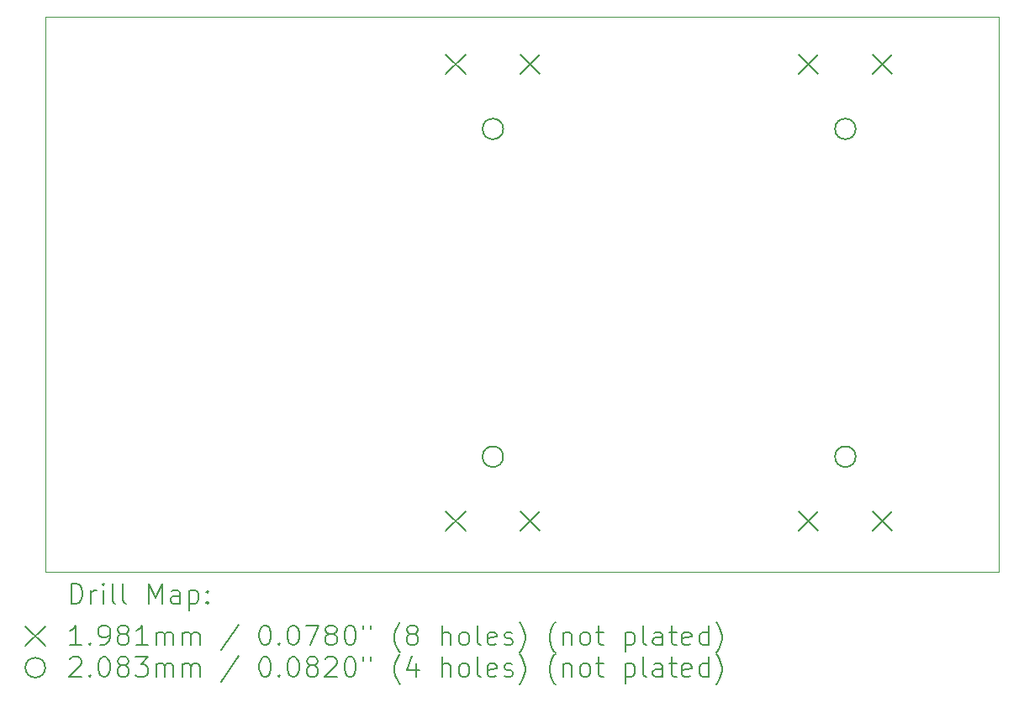
<source format=gbr>
%TF.GenerationSoftware,KiCad,Pcbnew,8.0.3-8.0.3-0~ubuntu22.04.1*%
%TF.CreationDate,2024-07-07T23:08:22+03:00*%
%TF.ProjectId,riaa-preamp,72696161-2d70-4726-9561-6d702e6b6963,rev?*%
%TF.SameCoordinates,Original*%
%TF.FileFunction,Drillmap*%
%TF.FilePolarity,Positive*%
%FSLAX45Y45*%
G04 Gerber Fmt 4.5, Leading zero omitted, Abs format (unit mm)*
G04 Created by KiCad (PCBNEW 8.0.3-8.0.3-0~ubuntu22.04.1) date 2024-07-07 23:08:22*
%MOMM*%
%LPD*%
G01*
G04 APERTURE LIST*
%ADD10C,0.100000*%
%ADD11C,0.200000*%
%ADD12C,0.198120*%
%ADD13C,0.208280*%
G04 APERTURE END LIST*
D10*
X10000000Y-10000000D02*
X19600000Y-10000000D01*
X19600000Y-15600000D01*
X10000000Y-15600000D01*
X10000000Y-10000000D01*
D11*
D12*
X14029110Y-10381920D02*
X14227230Y-10580040D01*
X14227230Y-10381920D02*
X14029110Y-10580040D01*
X14029110Y-14986940D02*
X14227230Y-15185060D01*
X14227230Y-14986940D02*
X14029110Y-15185060D01*
X14778410Y-10381920D02*
X14976530Y-10580040D01*
X14976530Y-10381920D02*
X14778410Y-10580040D01*
X14778410Y-14986940D02*
X14976530Y-15185060D01*
X14976530Y-14986940D02*
X14778410Y-15185060D01*
X17578760Y-10381920D02*
X17776880Y-10580040D01*
X17776880Y-10381920D02*
X17578760Y-10580040D01*
X17578760Y-14986940D02*
X17776880Y-15185060D01*
X17776880Y-14986940D02*
X17578760Y-15185060D01*
X18328060Y-10381920D02*
X18526180Y-10580040D01*
X18526180Y-10381920D02*
X18328060Y-10580040D01*
X18328060Y-14986940D02*
X18526180Y-15185060D01*
X18526180Y-14986940D02*
X18328060Y-15185060D01*
D13*
X14606960Y-11131220D02*
G75*
G02*
X14398680Y-11131220I-104140J0D01*
G01*
X14398680Y-11131220D02*
G75*
G02*
X14606960Y-11131220I104140J0D01*
G01*
X14606960Y-14435760D02*
G75*
G02*
X14398680Y-14435760I-104140J0D01*
G01*
X14398680Y-14435760D02*
G75*
G02*
X14606960Y-14435760I104140J0D01*
G01*
X18156610Y-11131220D02*
G75*
G02*
X17948330Y-11131220I-104140J0D01*
G01*
X17948330Y-11131220D02*
G75*
G02*
X18156610Y-11131220I104140J0D01*
G01*
X18156610Y-14435760D02*
G75*
G02*
X17948330Y-14435760I-104140J0D01*
G01*
X17948330Y-14435760D02*
G75*
G02*
X18156610Y-14435760I104140J0D01*
G01*
D11*
X10255777Y-15916484D02*
X10255777Y-15716484D01*
X10255777Y-15716484D02*
X10303396Y-15716484D01*
X10303396Y-15716484D02*
X10331967Y-15726008D01*
X10331967Y-15726008D02*
X10351015Y-15745055D01*
X10351015Y-15745055D02*
X10360539Y-15764103D01*
X10360539Y-15764103D02*
X10370063Y-15802198D01*
X10370063Y-15802198D02*
X10370063Y-15830769D01*
X10370063Y-15830769D02*
X10360539Y-15868865D01*
X10360539Y-15868865D02*
X10351015Y-15887912D01*
X10351015Y-15887912D02*
X10331967Y-15906960D01*
X10331967Y-15906960D02*
X10303396Y-15916484D01*
X10303396Y-15916484D02*
X10255777Y-15916484D01*
X10455777Y-15916484D02*
X10455777Y-15783150D01*
X10455777Y-15821246D02*
X10465301Y-15802198D01*
X10465301Y-15802198D02*
X10474824Y-15792674D01*
X10474824Y-15792674D02*
X10493872Y-15783150D01*
X10493872Y-15783150D02*
X10512920Y-15783150D01*
X10579586Y-15916484D02*
X10579586Y-15783150D01*
X10579586Y-15716484D02*
X10570063Y-15726008D01*
X10570063Y-15726008D02*
X10579586Y-15735531D01*
X10579586Y-15735531D02*
X10589110Y-15726008D01*
X10589110Y-15726008D02*
X10579586Y-15716484D01*
X10579586Y-15716484D02*
X10579586Y-15735531D01*
X10703396Y-15916484D02*
X10684348Y-15906960D01*
X10684348Y-15906960D02*
X10674824Y-15887912D01*
X10674824Y-15887912D02*
X10674824Y-15716484D01*
X10808158Y-15916484D02*
X10789110Y-15906960D01*
X10789110Y-15906960D02*
X10779586Y-15887912D01*
X10779586Y-15887912D02*
X10779586Y-15716484D01*
X11036729Y-15916484D02*
X11036729Y-15716484D01*
X11036729Y-15716484D02*
X11103396Y-15859341D01*
X11103396Y-15859341D02*
X11170063Y-15716484D01*
X11170063Y-15716484D02*
X11170063Y-15916484D01*
X11351015Y-15916484D02*
X11351015Y-15811722D01*
X11351015Y-15811722D02*
X11341491Y-15792674D01*
X11341491Y-15792674D02*
X11322443Y-15783150D01*
X11322443Y-15783150D02*
X11284348Y-15783150D01*
X11284348Y-15783150D02*
X11265301Y-15792674D01*
X11351015Y-15906960D02*
X11331967Y-15916484D01*
X11331967Y-15916484D02*
X11284348Y-15916484D01*
X11284348Y-15916484D02*
X11265301Y-15906960D01*
X11265301Y-15906960D02*
X11255777Y-15887912D01*
X11255777Y-15887912D02*
X11255777Y-15868865D01*
X11255777Y-15868865D02*
X11265301Y-15849817D01*
X11265301Y-15849817D02*
X11284348Y-15840293D01*
X11284348Y-15840293D02*
X11331967Y-15840293D01*
X11331967Y-15840293D02*
X11351015Y-15830769D01*
X11446253Y-15783150D02*
X11446253Y-15983150D01*
X11446253Y-15792674D02*
X11465301Y-15783150D01*
X11465301Y-15783150D02*
X11503396Y-15783150D01*
X11503396Y-15783150D02*
X11522443Y-15792674D01*
X11522443Y-15792674D02*
X11531967Y-15802198D01*
X11531967Y-15802198D02*
X11541491Y-15821246D01*
X11541491Y-15821246D02*
X11541491Y-15878388D01*
X11541491Y-15878388D02*
X11531967Y-15897436D01*
X11531967Y-15897436D02*
X11522443Y-15906960D01*
X11522443Y-15906960D02*
X11503396Y-15916484D01*
X11503396Y-15916484D02*
X11465301Y-15916484D01*
X11465301Y-15916484D02*
X11446253Y-15906960D01*
X11627205Y-15897436D02*
X11636729Y-15906960D01*
X11636729Y-15906960D02*
X11627205Y-15916484D01*
X11627205Y-15916484D02*
X11617682Y-15906960D01*
X11617682Y-15906960D02*
X11627205Y-15897436D01*
X11627205Y-15897436D02*
X11627205Y-15916484D01*
X11627205Y-15792674D02*
X11636729Y-15802198D01*
X11636729Y-15802198D02*
X11627205Y-15811722D01*
X11627205Y-15811722D02*
X11617682Y-15802198D01*
X11617682Y-15802198D02*
X11627205Y-15792674D01*
X11627205Y-15792674D02*
X11627205Y-15811722D01*
D12*
X9796880Y-16145940D02*
X9995000Y-16344060D01*
X9995000Y-16145940D02*
X9796880Y-16344060D01*
D11*
X10360539Y-16336484D02*
X10246253Y-16336484D01*
X10303396Y-16336484D02*
X10303396Y-16136484D01*
X10303396Y-16136484D02*
X10284348Y-16165055D01*
X10284348Y-16165055D02*
X10265301Y-16184103D01*
X10265301Y-16184103D02*
X10246253Y-16193627D01*
X10446253Y-16317436D02*
X10455777Y-16326960D01*
X10455777Y-16326960D02*
X10446253Y-16336484D01*
X10446253Y-16336484D02*
X10436729Y-16326960D01*
X10436729Y-16326960D02*
X10446253Y-16317436D01*
X10446253Y-16317436D02*
X10446253Y-16336484D01*
X10551015Y-16336484D02*
X10589110Y-16336484D01*
X10589110Y-16336484D02*
X10608158Y-16326960D01*
X10608158Y-16326960D02*
X10617682Y-16317436D01*
X10617682Y-16317436D02*
X10636729Y-16288865D01*
X10636729Y-16288865D02*
X10646253Y-16250769D01*
X10646253Y-16250769D02*
X10646253Y-16174579D01*
X10646253Y-16174579D02*
X10636729Y-16155531D01*
X10636729Y-16155531D02*
X10627205Y-16146008D01*
X10627205Y-16146008D02*
X10608158Y-16136484D01*
X10608158Y-16136484D02*
X10570063Y-16136484D01*
X10570063Y-16136484D02*
X10551015Y-16146008D01*
X10551015Y-16146008D02*
X10541491Y-16155531D01*
X10541491Y-16155531D02*
X10531967Y-16174579D01*
X10531967Y-16174579D02*
X10531967Y-16222198D01*
X10531967Y-16222198D02*
X10541491Y-16241246D01*
X10541491Y-16241246D02*
X10551015Y-16250769D01*
X10551015Y-16250769D02*
X10570063Y-16260293D01*
X10570063Y-16260293D02*
X10608158Y-16260293D01*
X10608158Y-16260293D02*
X10627205Y-16250769D01*
X10627205Y-16250769D02*
X10636729Y-16241246D01*
X10636729Y-16241246D02*
X10646253Y-16222198D01*
X10760539Y-16222198D02*
X10741491Y-16212674D01*
X10741491Y-16212674D02*
X10731967Y-16203150D01*
X10731967Y-16203150D02*
X10722444Y-16184103D01*
X10722444Y-16184103D02*
X10722444Y-16174579D01*
X10722444Y-16174579D02*
X10731967Y-16155531D01*
X10731967Y-16155531D02*
X10741491Y-16146008D01*
X10741491Y-16146008D02*
X10760539Y-16136484D01*
X10760539Y-16136484D02*
X10798634Y-16136484D01*
X10798634Y-16136484D02*
X10817682Y-16146008D01*
X10817682Y-16146008D02*
X10827205Y-16155531D01*
X10827205Y-16155531D02*
X10836729Y-16174579D01*
X10836729Y-16174579D02*
X10836729Y-16184103D01*
X10836729Y-16184103D02*
X10827205Y-16203150D01*
X10827205Y-16203150D02*
X10817682Y-16212674D01*
X10817682Y-16212674D02*
X10798634Y-16222198D01*
X10798634Y-16222198D02*
X10760539Y-16222198D01*
X10760539Y-16222198D02*
X10741491Y-16231722D01*
X10741491Y-16231722D02*
X10731967Y-16241246D01*
X10731967Y-16241246D02*
X10722444Y-16260293D01*
X10722444Y-16260293D02*
X10722444Y-16298388D01*
X10722444Y-16298388D02*
X10731967Y-16317436D01*
X10731967Y-16317436D02*
X10741491Y-16326960D01*
X10741491Y-16326960D02*
X10760539Y-16336484D01*
X10760539Y-16336484D02*
X10798634Y-16336484D01*
X10798634Y-16336484D02*
X10817682Y-16326960D01*
X10817682Y-16326960D02*
X10827205Y-16317436D01*
X10827205Y-16317436D02*
X10836729Y-16298388D01*
X10836729Y-16298388D02*
X10836729Y-16260293D01*
X10836729Y-16260293D02*
X10827205Y-16241246D01*
X10827205Y-16241246D02*
X10817682Y-16231722D01*
X10817682Y-16231722D02*
X10798634Y-16222198D01*
X11027205Y-16336484D02*
X10912920Y-16336484D01*
X10970063Y-16336484D02*
X10970063Y-16136484D01*
X10970063Y-16136484D02*
X10951015Y-16165055D01*
X10951015Y-16165055D02*
X10931967Y-16184103D01*
X10931967Y-16184103D02*
X10912920Y-16193627D01*
X11112920Y-16336484D02*
X11112920Y-16203150D01*
X11112920Y-16222198D02*
X11122444Y-16212674D01*
X11122444Y-16212674D02*
X11141491Y-16203150D01*
X11141491Y-16203150D02*
X11170063Y-16203150D01*
X11170063Y-16203150D02*
X11189110Y-16212674D01*
X11189110Y-16212674D02*
X11198634Y-16231722D01*
X11198634Y-16231722D02*
X11198634Y-16336484D01*
X11198634Y-16231722D02*
X11208158Y-16212674D01*
X11208158Y-16212674D02*
X11227205Y-16203150D01*
X11227205Y-16203150D02*
X11255777Y-16203150D01*
X11255777Y-16203150D02*
X11274824Y-16212674D01*
X11274824Y-16212674D02*
X11284348Y-16231722D01*
X11284348Y-16231722D02*
X11284348Y-16336484D01*
X11379586Y-16336484D02*
X11379586Y-16203150D01*
X11379586Y-16222198D02*
X11389110Y-16212674D01*
X11389110Y-16212674D02*
X11408158Y-16203150D01*
X11408158Y-16203150D02*
X11436729Y-16203150D01*
X11436729Y-16203150D02*
X11455777Y-16212674D01*
X11455777Y-16212674D02*
X11465301Y-16231722D01*
X11465301Y-16231722D02*
X11465301Y-16336484D01*
X11465301Y-16231722D02*
X11474824Y-16212674D01*
X11474824Y-16212674D02*
X11493872Y-16203150D01*
X11493872Y-16203150D02*
X11522443Y-16203150D01*
X11522443Y-16203150D02*
X11541491Y-16212674D01*
X11541491Y-16212674D02*
X11551015Y-16231722D01*
X11551015Y-16231722D02*
X11551015Y-16336484D01*
X11941491Y-16126960D02*
X11770063Y-16384103D01*
X12198634Y-16136484D02*
X12217682Y-16136484D01*
X12217682Y-16136484D02*
X12236729Y-16146008D01*
X12236729Y-16146008D02*
X12246253Y-16155531D01*
X12246253Y-16155531D02*
X12255777Y-16174579D01*
X12255777Y-16174579D02*
X12265301Y-16212674D01*
X12265301Y-16212674D02*
X12265301Y-16260293D01*
X12265301Y-16260293D02*
X12255777Y-16298388D01*
X12255777Y-16298388D02*
X12246253Y-16317436D01*
X12246253Y-16317436D02*
X12236729Y-16326960D01*
X12236729Y-16326960D02*
X12217682Y-16336484D01*
X12217682Y-16336484D02*
X12198634Y-16336484D01*
X12198634Y-16336484D02*
X12179586Y-16326960D01*
X12179586Y-16326960D02*
X12170063Y-16317436D01*
X12170063Y-16317436D02*
X12160539Y-16298388D01*
X12160539Y-16298388D02*
X12151015Y-16260293D01*
X12151015Y-16260293D02*
X12151015Y-16212674D01*
X12151015Y-16212674D02*
X12160539Y-16174579D01*
X12160539Y-16174579D02*
X12170063Y-16155531D01*
X12170063Y-16155531D02*
X12179586Y-16146008D01*
X12179586Y-16146008D02*
X12198634Y-16136484D01*
X12351015Y-16317436D02*
X12360539Y-16326960D01*
X12360539Y-16326960D02*
X12351015Y-16336484D01*
X12351015Y-16336484D02*
X12341491Y-16326960D01*
X12341491Y-16326960D02*
X12351015Y-16317436D01*
X12351015Y-16317436D02*
X12351015Y-16336484D01*
X12484348Y-16136484D02*
X12503396Y-16136484D01*
X12503396Y-16136484D02*
X12522444Y-16146008D01*
X12522444Y-16146008D02*
X12531967Y-16155531D01*
X12531967Y-16155531D02*
X12541491Y-16174579D01*
X12541491Y-16174579D02*
X12551015Y-16212674D01*
X12551015Y-16212674D02*
X12551015Y-16260293D01*
X12551015Y-16260293D02*
X12541491Y-16298388D01*
X12541491Y-16298388D02*
X12531967Y-16317436D01*
X12531967Y-16317436D02*
X12522444Y-16326960D01*
X12522444Y-16326960D02*
X12503396Y-16336484D01*
X12503396Y-16336484D02*
X12484348Y-16336484D01*
X12484348Y-16336484D02*
X12465301Y-16326960D01*
X12465301Y-16326960D02*
X12455777Y-16317436D01*
X12455777Y-16317436D02*
X12446253Y-16298388D01*
X12446253Y-16298388D02*
X12436729Y-16260293D01*
X12436729Y-16260293D02*
X12436729Y-16212674D01*
X12436729Y-16212674D02*
X12446253Y-16174579D01*
X12446253Y-16174579D02*
X12455777Y-16155531D01*
X12455777Y-16155531D02*
X12465301Y-16146008D01*
X12465301Y-16146008D02*
X12484348Y-16136484D01*
X12617682Y-16136484D02*
X12751015Y-16136484D01*
X12751015Y-16136484D02*
X12665301Y-16336484D01*
X12855777Y-16222198D02*
X12836729Y-16212674D01*
X12836729Y-16212674D02*
X12827206Y-16203150D01*
X12827206Y-16203150D02*
X12817682Y-16184103D01*
X12817682Y-16184103D02*
X12817682Y-16174579D01*
X12817682Y-16174579D02*
X12827206Y-16155531D01*
X12827206Y-16155531D02*
X12836729Y-16146008D01*
X12836729Y-16146008D02*
X12855777Y-16136484D01*
X12855777Y-16136484D02*
X12893872Y-16136484D01*
X12893872Y-16136484D02*
X12912920Y-16146008D01*
X12912920Y-16146008D02*
X12922444Y-16155531D01*
X12922444Y-16155531D02*
X12931967Y-16174579D01*
X12931967Y-16174579D02*
X12931967Y-16184103D01*
X12931967Y-16184103D02*
X12922444Y-16203150D01*
X12922444Y-16203150D02*
X12912920Y-16212674D01*
X12912920Y-16212674D02*
X12893872Y-16222198D01*
X12893872Y-16222198D02*
X12855777Y-16222198D01*
X12855777Y-16222198D02*
X12836729Y-16231722D01*
X12836729Y-16231722D02*
X12827206Y-16241246D01*
X12827206Y-16241246D02*
X12817682Y-16260293D01*
X12817682Y-16260293D02*
X12817682Y-16298388D01*
X12817682Y-16298388D02*
X12827206Y-16317436D01*
X12827206Y-16317436D02*
X12836729Y-16326960D01*
X12836729Y-16326960D02*
X12855777Y-16336484D01*
X12855777Y-16336484D02*
X12893872Y-16336484D01*
X12893872Y-16336484D02*
X12912920Y-16326960D01*
X12912920Y-16326960D02*
X12922444Y-16317436D01*
X12922444Y-16317436D02*
X12931967Y-16298388D01*
X12931967Y-16298388D02*
X12931967Y-16260293D01*
X12931967Y-16260293D02*
X12922444Y-16241246D01*
X12922444Y-16241246D02*
X12912920Y-16231722D01*
X12912920Y-16231722D02*
X12893872Y-16222198D01*
X13055777Y-16136484D02*
X13074825Y-16136484D01*
X13074825Y-16136484D02*
X13093872Y-16146008D01*
X13093872Y-16146008D02*
X13103396Y-16155531D01*
X13103396Y-16155531D02*
X13112920Y-16174579D01*
X13112920Y-16174579D02*
X13122444Y-16212674D01*
X13122444Y-16212674D02*
X13122444Y-16260293D01*
X13122444Y-16260293D02*
X13112920Y-16298388D01*
X13112920Y-16298388D02*
X13103396Y-16317436D01*
X13103396Y-16317436D02*
X13093872Y-16326960D01*
X13093872Y-16326960D02*
X13074825Y-16336484D01*
X13074825Y-16336484D02*
X13055777Y-16336484D01*
X13055777Y-16336484D02*
X13036729Y-16326960D01*
X13036729Y-16326960D02*
X13027206Y-16317436D01*
X13027206Y-16317436D02*
X13017682Y-16298388D01*
X13017682Y-16298388D02*
X13008158Y-16260293D01*
X13008158Y-16260293D02*
X13008158Y-16212674D01*
X13008158Y-16212674D02*
X13017682Y-16174579D01*
X13017682Y-16174579D02*
X13027206Y-16155531D01*
X13027206Y-16155531D02*
X13036729Y-16146008D01*
X13036729Y-16146008D02*
X13055777Y-16136484D01*
X13198634Y-16136484D02*
X13198634Y-16174579D01*
X13274825Y-16136484D02*
X13274825Y-16174579D01*
X13570063Y-16412674D02*
X13560539Y-16403150D01*
X13560539Y-16403150D02*
X13541491Y-16374579D01*
X13541491Y-16374579D02*
X13531968Y-16355531D01*
X13531968Y-16355531D02*
X13522444Y-16326960D01*
X13522444Y-16326960D02*
X13512920Y-16279341D01*
X13512920Y-16279341D02*
X13512920Y-16241246D01*
X13512920Y-16241246D02*
X13522444Y-16193627D01*
X13522444Y-16193627D02*
X13531968Y-16165055D01*
X13531968Y-16165055D02*
X13541491Y-16146008D01*
X13541491Y-16146008D02*
X13560539Y-16117436D01*
X13560539Y-16117436D02*
X13570063Y-16107912D01*
X13674825Y-16222198D02*
X13655777Y-16212674D01*
X13655777Y-16212674D02*
X13646253Y-16203150D01*
X13646253Y-16203150D02*
X13636729Y-16184103D01*
X13636729Y-16184103D02*
X13636729Y-16174579D01*
X13636729Y-16174579D02*
X13646253Y-16155531D01*
X13646253Y-16155531D02*
X13655777Y-16146008D01*
X13655777Y-16146008D02*
X13674825Y-16136484D01*
X13674825Y-16136484D02*
X13712920Y-16136484D01*
X13712920Y-16136484D02*
X13731968Y-16146008D01*
X13731968Y-16146008D02*
X13741491Y-16155531D01*
X13741491Y-16155531D02*
X13751015Y-16174579D01*
X13751015Y-16174579D02*
X13751015Y-16184103D01*
X13751015Y-16184103D02*
X13741491Y-16203150D01*
X13741491Y-16203150D02*
X13731968Y-16212674D01*
X13731968Y-16212674D02*
X13712920Y-16222198D01*
X13712920Y-16222198D02*
X13674825Y-16222198D01*
X13674825Y-16222198D02*
X13655777Y-16231722D01*
X13655777Y-16231722D02*
X13646253Y-16241246D01*
X13646253Y-16241246D02*
X13636729Y-16260293D01*
X13636729Y-16260293D02*
X13636729Y-16298388D01*
X13636729Y-16298388D02*
X13646253Y-16317436D01*
X13646253Y-16317436D02*
X13655777Y-16326960D01*
X13655777Y-16326960D02*
X13674825Y-16336484D01*
X13674825Y-16336484D02*
X13712920Y-16336484D01*
X13712920Y-16336484D02*
X13731968Y-16326960D01*
X13731968Y-16326960D02*
X13741491Y-16317436D01*
X13741491Y-16317436D02*
X13751015Y-16298388D01*
X13751015Y-16298388D02*
X13751015Y-16260293D01*
X13751015Y-16260293D02*
X13741491Y-16241246D01*
X13741491Y-16241246D02*
X13731968Y-16231722D01*
X13731968Y-16231722D02*
X13712920Y-16222198D01*
X13989110Y-16336484D02*
X13989110Y-16136484D01*
X14074825Y-16336484D02*
X14074825Y-16231722D01*
X14074825Y-16231722D02*
X14065301Y-16212674D01*
X14065301Y-16212674D02*
X14046253Y-16203150D01*
X14046253Y-16203150D02*
X14017682Y-16203150D01*
X14017682Y-16203150D02*
X13998634Y-16212674D01*
X13998634Y-16212674D02*
X13989110Y-16222198D01*
X14198634Y-16336484D02*
X14179587Y-16326960D01*
X14179587Y-16326960D02*
X14170063Y-16317436D01*
X14170063Y-16317436D02*
X14160539Y-16298388D01*
X14160539Y-16298388D02*
X14160539Y-16241246D01*
X14160539Y-16241246D02*
X14170063Y-16222198D01*
X14170063Y-16222198D02*
X14179587Y-16212674D01*
X14179587Y-16212674D02*
X14198634Y-16203150D01*
X14198634Y-16203150D02*
X14227206Y-16203150D01*
X14227206Y-16203150D02*
X14246253Y-16212674D01*
X14246253Y-16212674D02*
X14255777Y-16222198D01*
X14255777Y-16222198D02*
X14265301Y-16241246D01*
X14265301Y-16241246D02*
X14265301Y-16298388D01*
X14265301Y-16298388D02*
X14255777Y-16317436D01*
X14255777Y-16317436D02*
X14246253Y-16326960D01*
X14246253Y-16326960D02*
X14227206Y-16336484D01*
X14227206Y-16336484D02*
X14198634Y-16336484D01*
X14379587Y-16336484D02*
X14360539Y-16326960D01*
X14360539Y-16326960D02*
X14351015Y-16307912D01*
X14351015Y-16307912D02*
X14351015Y-16136484D01*
X14531968Y-16326960D02*
X14512920Y-16336484D01*
X14512920Y-16336484D02*
X14474825Y-16336484D01*
X14474825Y-16336484D02*
X14455777Y-16326960D01*
X14455777Y-16326960D02*
X14446253Y-16307912D01*
X14446253Y-16307912D02*
X14446253Y-16231722D01*
X14446253Y-16231722D02*
X14455777Y-16212674D01*
X14455777Y-16212674D02*
X14474825Y-16203150D01*
X14474825Y-16203150D02*
X14512920Y-16203150D01*
X14512920Y-16203150D02*
X14531968Y-16212674D01*
X14531968Y-16212674D02*
X14541491Y-16231722D01*
X14541491Y-16231722D02*
X14541491Y-16250769D01*
X14541491Y-16250769D02*
X14446253Y-16269817D01*
X14617682Y-16326960D02*
X14636730Y-16336484D01*
X14636730Y-16336484D02*
X14674825Y-16336484D01*
X14674825Y-16336484D02*
X14693872Y-16326960D01*
X14693872Y-16326960D02*
X14703396Y-16307912D01*
X14703396Y-16307912D02*
X14703396Y-16298388D01*
X14703396Y-16298388D02*
X14693872Y-16279341D01*
X14693872Y-16279341D02*
X14674825Y-16269817D01*
X14674825Y-16269817D02*
X14646253Y-16269817D01*
X14646253Y-16269817D02*
X14627206Y-16260293D01*
X14627206Y-16260293D02*
X14617682Y-16241246D01*
X14617682Y-16241246D02*
X14617682Y-16231722D01*
X14617682Y-16231722D02*
X14627206Y-16212674D01*
X14627206Y-16212674D02*
X14646253Y-16203150D01*
X14646253Y-16203150D02*
X14674825Y-16203150D01*
X14674825Y-16203150D02*
X14693872Y-16212674D01*
X14770063Y-16412674D02*
X14779587Y-16403150D01*
X14779587Y-16403150D02*
X14798634Y-16374579D01*
X14798634Y-16374579D02*
X14808158Y-16355531D01*
X14808158Y-16355531D02*
X14817682Y-16326960D01*
X14817682Y-16326960D02*
X14827206Y-16279341D01*
X14827206Y-16279341D02*
X14827206Y-16241246D01*
X14827206Y-16241246D02*
X14817682Y-16193627D01*
X14817682Y-16193627D02*
X14808158Y-16165055D01*
X14808158Y-16165055D02*
X14798634Y-16146008D01*
X14798634Y-16146008D02*
X14779587Y-16117436D01*
X14779587Y-16117436D02*
X14770063Y-16107912D01*
X15131968Y-16412674D02*
X15122444Y-16403150D01*
X15122444Y-16403150D02*
X15103396Y-16374579D01*
X15103396Y-16374579D02*
X15093872Y-16355531D01*
X15093872Y-16355531D02*
X15084349Y-16326960D01*
X15084349Y-16326960D02*
X15074825Y-16279341D01*
X15074825Y-16279341D02*
X15074825Y-16241246D01*
X15074825Y-16241246D02*
X15084349Y-16193627D01*
X15084349Y-16193627D02*
X15093872Y-16165055D01*
X15093872Y-16165055D02*
X15103396Y-16146008D01*
X15103396Y-16146008D02*
X15122444Y-16117436D01*
X15122444Y-16117436D02*
X15131968Y-16107912D01*
X15208158Y-16203150D02*
X15208158Y-16336484D01*
X15208158Y-16222198D02*
X15217682Y-16212674D01*
X15217682Y-16212674D02*
X15236730Y-16203150D01*
X15236730Y-16203150D02*
X15265301Y-16203150D01*
X15265301Y-16203150D02*
X15284349Y-16212674D01*
X15284349Y-16212674D02*
X15293872Y-16231722D01*
X15293872Y-16231722D02*
X15293872Y-16336484D01*
X15417682Y-16336484D02*
X15398634Y-16326960D01*
X15398634Y-16326960D02*
X15389111Y-16317436D01*
X15389111Y-16317436D02*
X15379587Y-16298388D01*
X15379587Y-16298388D02*
X15379587Y-16241246D01*
X15379587Y-16241246D02*
X15389111Y-16222198D01*
X15389111Y-16222198D02*
X15398634Y-16212674D01*
X15398634Y-16212674D02*
X15417682Y-16203150D01*
X15417682Y-16203150D02*
X15446253Y-16203150D01*
X15446253Y-16203150D02*
X15465301Y-16212674D01*
X15465301Y-16212674D02*
X15474825Y-16222198D01*
X15474825Y-16222198D02*
X15484349Y-16241246D01*
X15484349Y-16241246D02*
X15484349Y-16298388D01*
X15484349Y-16298388D02*
X15474825Y-16317436D01*
X15474825Y-16317436D02*
X15465301Y-16326960D01*
X15465301Y-16326960D02*
X15446253Y-16336484D01*
X15446253Y-16336484D02*
X15417682Y-16336484D01*
X15541492Y-16203150D02*
X15617682Y-16203150D01*
X15570063Y-16136484D02*
X15570063Y-16307912D01*
X15570063Y-16307912D02*
X15579587Y-16326960D01*
X15579587Y-16326960D02*
X15598634Y-16336484D01*
X15598634Y-16336484D02*
X15617682Y-16336484D01*
X15836730Y-16203150D02*
X15836730Y-16403150D01*
X15836730Y-16212674D02*
X15855777Y-16203150D01*
X15855777Y-16203150D02*
X15893873Y-16203150D01*
X15893873Y-16203150D02*
X15912920Y-16212674D01*
X15912920Y-16212674D02*
X15922444Y-16222198D01*
X15922444Y-16222198D02*
X15931968Y-16241246D01*
X15931968Y-16241246D02*
X15931968Y-16298388D01*
X15931968Y-16298388D02*
X15922444Y-16317436D01*
X15922444Y-16317436D02*
X15912920Y-16326960D01*
X15912920Y-16326960D02*
X15893873Y-16336484D01*
X15893873Y-16336484D02*
X15855777Y-16336484D01*
X15855777Y-16336484D02*
X15836730Y-16326960D01*
X16046253Y-16336484D02*
X16027206Y-16326960D01*
X16027206Y-16326960D02*
X16017682Y-16307912D01*
X16017682Y-16307912D02*
X16017682Y-16136484D01*
X16208158Y-16336484D02*
X16208158Y-16231722D01*
X16208158Y-16231722D02*
X16198634Y-16212674D01*
X16198634Y-16212674D02*
X16179587Y-16203150D01*
X16179587Y-16203150D02*
X16141492Y-16203150D01*
X16141492Y-16203150D02*
X16122444Y-16212674D01*
X16208158Y-16326960D02*
X16189111Y-16336484D01*
X16189111Y-16336484D02*
X16141492Y-16336484D01*
X16141492Y-16336484D02*
X16122444Y-16326960D01*
X16122444Y-16326960D02*
X16112920Y-16307912D01*
X16112920Y-16307912D02*
X16112920Y-16288865D01*
X16112920Y-16288865D02*
X16122444Y-16269817D01*
X16122444Y-16269817D02*
X16141492Y-16260293D01*
X16141492Y-16260293D02*
X16189111Y-16260293D01*
X16189111Y-16260293D02*
X16208158Y-16250769D01*
X16274825Y-16203150D02*
X16351015Y-16203150D01*
X16303396Y-16136484D02*
X16303396Y-16307912D01*
X16303396Y-16307912D02*
X16312920Y-16326960D01*
X16312920Y-16326960D02*
X16331968Y-16336484D01*
X16331968Y-16336484D02*
X16351015Y-16336484D01*
X16493873Y-16326960D02*
X16474825Y-16336484D01*
X16474825Y-16336484D02*
X16436730Y-16336484D01*
X16436730Y-16336484D02*
X16417682Y-16326960D01*
X16417682Y-16326960D02*
X16408158Y-16307912D01*
X16408158Y-16307912D02*
X16408158Y-16231722D01*
X16408158Y-16231722D02*
X16417682Y-16212674D01*
X16417682Y-16212674D02*
X16436730Y-16203150D01*
X16436730Y-16203150D02*
X16474825Y-16203150D01*
X16474825Y-16203150D02*
X16493873Y-16212674D01*
X16493873Y-16212674D02*
X16503396Y-16231722D01*
X16503396Y-16231722D02*
X16503396Y-16250769D01*
X16503396Y-16250769D02*
X16408158Y-16269817D01*
X16674825Y-16336484D02*
X16674825Y-16136484D01*
X16674825Y-16326960D02*
X16655777Y-16336484D01*
X16655777Y-16336484D02*
X16617682Y-16336484D01*
X16617682Y-16336484D02*
X16598634Y-16326960D01*
X16598634Y-16326960D02*
X16589111Y-16317436D01*
X16589111Y-16317436D02*
X16579587Y-16298388D01*
X16579587Y-16298388D02*
X16579587Y-16241246D01*
X16579587Y-16241246D02*
X16589111Y-16222198D01*
X16589111Y-16222198D02*
X16598634Y-16212674D01*
X16598634Y-16212674D02*
X16617682Y-16203150D01*
X16617682Y-16203150D02*
X16655777Y-16203150D01*
X16655777Y-16203150D02*
X16674825Y-16212674D01*
X16751015Y-16412674D02*
X16760539Y-16403150D01*
X16760539Y-16403150D02*
X16779587Y-16374579D01*
X16779587Y-16374579D02*
X16789111Y-16355531D01*
X16789111Y-16355531D02*
X16798635Y-16326960D01*
X16798635Y-16326960D02*
X16808158Y-16279341D01*
X16808158Y-16279341D02*
X16808158Y-16241246D01*
X16808158Y-16241246D02*
X16798635Y-16193627D01*
X16798635Y-16193627D02*
X16789111Y-16165055D01*
X16789111Y-16165055D02*
X16779587Y-16146008D01*
X16779587Y-16146008D02*
X16760539Y-16117436D01*
X16760539Y-16117436D02*
X16751015Y-16107912D01*
X9995000Y-16563120D02*
G75*
G02*
X9795000Y-16563120I-100000J0D01*
G01*
X9795000Y-16563120D02*
G75*
G02*
X9995000Y-16563120I100000J0D01*
G01*
X10246253Y-16473651D02*
X10255777Y-16464128D01*
X10255777Y-16464128D02*
X10274824Y-16454604D01*
X10274824Y-16454604D02*
X10322444Y-16454604D01*
X10322444Y-16454604D02*
X10341491Y-16464128D01*
X10341491Y-16464128D02*
X10351015Y-16473651D01*
X10351015Y-16473651D02*
X10360539Y-16492699D01*
X10360539Y-16492699D02*
X10360539Y-16511747D01*
X10360539Y-16511747D02*
X10351015Y-16540318D01*
X10351015Y-16540318D02*
X10236729Y-16654604D01*
X10236729Y-16654604D02*
X10360539Y-16654604D01*
X10446253Y-16635556D02*
X10455777Y-16645080D01*
X10455777Y-16645080D02*
X10446253Y-16654604D01*
X10446253Y-16654604D02*
X10436729Y-16645080D01*
X10436729Y-16645080D02*
X10446253Y-16635556D01*
X10446253Y-16635556D02*
X10446253Y-16654604D01*
X10579586Y-16454604D02*
X10598634Y-16454604D01*
X10598634Y-16454604D02*
X10617682Y-16464128D01*
X10617682Y-16464128D02*
X10627205Y-16473651D01*
X10627205Y-16473651D02*
X10636729Y-16492699D01*
X10636729Y-16492699D02*
X10646253Y-16530794D01*
X10646253Y-16530794D02*
X10646253Y-16578413D01*
X10646253Y-16578413D02*
X10636729Y-16616508D01*
X10636729Y-16616508D02*
X10627205Y-16635556D01*
X10627205Y-16635556D02*
X10617682Y-16645080D01*
X10617682Y-16645080D02*
X10598634Y-16654604D01*
X10598634Y-16654604D02*
X10579586Y-16654604D01*
X10579586Y-16654604D02*
X10560539Y-16645080D01*
X10560539Y-16645080D02*
X10551015Y-16635556D01*
X10551015Y-16635556D02*
X10541491Y-16616508D01*
X10541491Y-16616508D02*
X10531967Y-16578413D01*
X10531967Y-16578413D02*
X10531967Y-16530794D01*
X10531967Y-16530794D02*
X10541491Y-16492699D01*
X10541491Y-16492699D02*
X10551015Y-16473651D01*
X10551015Y-16473651D02*
X10560539Y-16464128D01*
X10560539Y-16464128D02*
X10579586Y-16454604D01*
X10760539Y-16540318D02*
X10741491Y-16530794D01*
X10741491Y-16530794D02*
X10731967Y-16521270D01*
X10731967Y-16521270D02*
X10722444Y-16502223D01*
X10722444Y-16502223D02*
X10722444Y-16492699D01*
X10722444Y-16492699D02*
X10731967Y-16473651D01*
X10731967Y-16473651D02*
X10741491Y-16464128D01*
X10741491Y-16464128D02*
X10760539Y-16454604D01*
X10760539Y-16454604D02*
X10798634Y-16454604D01*
X10798634Y-16454604D02*
X10817682Y-16464128D01*
X10817682Y-16464128D02*
X10827205Y-16473651D01*
X10827205Y-16473651D02*
X10836729Y-16492699D01*
X10836729Y-16492699D02*
X10836729Y-16502223D01*
X10836729Y-16502223D02*
X10827205Y-16521270D01*
X10827205Y-16521270D02*
X10817682Y-16530794D01*
X10817682Y-16530794D02*
X10798634Y-16540318D01*
X10798634Y-16540318D02*
X10760539Y-16540318D01*
X10760539Y-16540318D02*
X10741491Y-16549842D01*
X10741491Y-16549842D02*
X10731967Y-16559366D01*
X10731967Y-16559366D02*
X10722444Y-16578413D01*
X10722444Y-16578413D02*
X10722444Y-16616508D01*
X10722444Y-16616508D02*
X10731967Y-16635556D01*
X10731967Y-16635556D02*
X10741491Y-16645080D01*
X10741491Y-16645080D02*
X10760539Y-16654604D01*
X10760539Y-16654604D02*
X10798634Y-16654604D01*
X10798634Y-16654604D02*
X10817682Y-16645080D01*
X10817682Y-16645080D02*
X10827205Y-16635556D01*
X10827205Y-16635556D02*
X10836729Y-16616508D01*
X10836729Y-16616508D02*
X10836729Y-16578413D01*
X10836729Y-16578413D02*
X10827205Y-16559366D01*
X10827205Y-16559366D02*
X10817682Y-16549842D01*
X10817682Y-16549842D02*
X10798634Y-16540318D01*
X10903396Y-16454604D02*
X11027205Y-16454604D01*
X11027205Y-16454604D02*
X10960539Y-16530794D01*
X10960539Y-16530794D02*
X10989110Y-16530794D01*
X10989110Y-16530794D02*
X11008158Y-16540318D01*
X11008158Y-16540318D02*
X11017682Y-16549842D01*
X11017682Y-16549842D02*
X11027205Y-16568889D01*
X11027205Y-16568889D02*
X11027205Y-16616508D01*
X11027205Y-16616508D02*
X11017682Y-16635556D01*
X11017682Y-16635556D02*
X11008158Y-16645080D01*
X11008158Y-16645080D02*
X10989110Y-16654604D01*
X10989110Y-16654604D02*
X10931967Y-16654604D01*
X10931967Y-16654604D02*
X10912920Y-16645080D01*
X10912920Y-16645080D02*
X10903396Y-16635556D01*
X11112920Y-16654604D02*
X11112920Y-16521270D01*
X11112920Y-16540318D02*
X11122444Y-16530794D01*
X11122444Y-16530794D02*
X11141491Y-16521270D01*
X11141491Y-16521270D02*
X11170063Y-16521270D01*
X11170063Y-16521270D02*
X11189110Y-16530794D01*
X11189110Y-16530794D02*
X11198634Y-16549842D01*
X11198634Y-16549842D02*
X11198634Y-16654604D01*
X11198634Y-16549842D02*
X11208158Y-16530794D01*
X11208158Y-16530794D02*
X11227205Y-16521270D01*
X11227205Y-16521270D02*
X11255777Y-16521270D01*
X11255777Y-16521270D02*
X11274824Y-16530794D01*
X11274824Y-16530794D02*
X11284348Y-16549842D01*
X11284348Y-16549842D02*
X11284348Y-16654604D01*
X11379586Y-16654604D02*
X11379586Y-16521270D01*
X11379586Y-16540318D02*
X11389110Y-16530794D01*
X11389110Y-16530794D02*
X11408158Y-16521270D01*
X11408158Y-16521270D02*
X11436729Y-16521270D01*
X11436729Y-16521270D02*
X11455777Y-16530794D01*
X11455777Y-16530794D02*
X11465301Y-16549842D01*
X11465301Y-16549842D02*
X11465301Y-16654604D01*
X11465301Y-16549842D02*
X11474824Y-16530794D01*
X11474824Y-16530794D02*
X11493872Y-16521270D01*
X11493872Y-16521270D02*
X11522443Y-16521270D01*
X11522443Y-16521270D02*
X11541491Y-16530794D01*
X11541491Y-16530794D02*
X11551015Y-16549842D01*
X11551015Y-16549842D02*
X11551015Y-16654604D01*
X11941491Y-16445080D02*
X11770063Y-16702223D01*
X12198634Y-16454604D02*
X12217682Y-16454604D01*
X12217682Y-16454604D02*
X12236729Y-16464128D01*
X12236729Y-16464128D02*
X12246253Y-16473651D01*
X12246253Y-16473651D02*
X12255777Y-16492699D01*
X12255777Y-16492699D02*
X12265301Y-16530794D01*
X12265301Y-16530794D02*
X12265301Y-16578413D01*
X12265301Y-16578413D02*
X12255777Y-16616508D01*
X12255777Y-16616508D02*
X12246253Y-16635556D01*
X12246253Y-16635556D02*
X12236729Y-16645080D01*
X12236729Y-16645080D02*
X12217682Y-16654604D01*
X12217682Y-16654604D02*
X12198634Y-16654604D01*
X12198634Y-16654604D02*
X12179586Y-16645080D01*
X12179586Y-16645080D02*
X12170063Y-16635556D01*
X12170063Y-16635556D02*
X12160539Y-16616508D01*
X12160539Y-16616508D02*
X12151015Y-16578413D01*
X12151015Y-16578413D02*
X12151015Y-16530794D01*
X12151015Y-16530794D02*
X12160539Y-16492699D01*
X12160539Y-16492699D02*
X12170063Y-16473651D01*
X12170063Y-16473651D02*
X12179586Y-16464128D01*
X12179586Y-16464128D02*
X12198634Y-16454604D01*
X12351015Y-16635556D02*
X12360539Y-16645080D01*
X12360539Y-16645080D02*
X12351015Y-16654604D01*
X12351015Y-16654604D02*
X12341491Y-16645080D01*
X12341491Y-16645080D02*
X12351015Y-16635556D01*
X12351015Y-16635556D02*
X12351015Y-16654604D01*
X12484348Y-16454604D02*
X12503396Y-16454604D01*
X12503396Y-16454604D02*
X12522444Y-16464128D01*
X12522444Y-16464128D02*
X12531967Y-16473651D01*
X12531967Y-16473651D02*
X12541491Y-16492699D01*
X12541491Y-16492699D02*
X12551015Y-16530794D01*
X12551015Y-16530794D02*
X12551015Y-16578413D01*
X12551015Y-16578413D02*
X12541491Y-16616508D01*
X12541491Y-16616508D02*
X12531967Y-16635556D01*
X12531967Y-16635556D02*
X12522444Y-16645080D01*
X12522444Y-16645080D02*
X12503396Y-16654604D01*
X12503396Y-16654604D02*
X12484348Y-16654604D01*
X12484348Y-16654604D02*
X12465301Y-16645080D01*
X12465301Y-16645080D02*
X12455777Y-16635556D01*
X12455777Y-16635556D02*
X12446253Y-16616508D01*
X12446253Y-16616508D02*
X12436729Y-16578413D01*
X12436729Y-16578413D02*
X12436729Y-16530794D01*
X12436729Y-16530794D02*
X12446253Y-16492699D01*
X12446253Y-16492699D02*
X12455777Y-16473651D01*
X12455777Y-16473651D02*
X12465301Y-16464128D01*
X12465301Y-16464128D02*
X12484348Y-16454604D01*
X12665301Y-16540318D02*
X12646253Y-16530794D01*
X12646253Y-16530794D02*
X12636729Y-16521270D01*
X12636729Y-16521270D02*
X12627206Y-16502223D01*
X12627206Y-16502223D02*
X12627206Y-16492699D01*
X12627206Y-16492699D02*
X12636729Y-16473651D01*
X12636729Y-16473651D02*
X12646253Y-16464128D01*
X12646253Y-16464128D02*
X12665301Y-16454604D01*
X12665301Y-16454604D02*
X12703396Y-16454604D01*
X12703396Y-16454604D02*
X12722444Y-16464128D01*
X12722444Y-16464128D02*
X12731967Y-16473651D01*
X12731967Y-16473651D02*
X12741491Y-16492699D01*
X12741491Y-16492699D02*
X12741491Y-16502223D01*
X12741491Y-16502223D02*
X12731967Y-16521270D01*
X12731967Y-16521270D02*
X12722444Y-16530794D01*
X12722444Y-16530794D02*
X12703396Y-16540318D01*
X12703396Y-16540318D02*
X12665301Y-16540318D01*
X12665301Y-16540318D02*
X12646253Y-16549842D01*
X12646253Y-16549842D02*
X12636729Y-16559366D01*
X12636729Y-16559366D02*
X12627206Y-16578413D01*
X12627206Y-16578413D02*
X12627206Y-16616508D01*
X12627206Y-16616508D02*
X12636729Y-16635556D01*
X12636729Y-16635556D02*
X12646253Y-16645080D01*
X12646253Y-16645080D02*
X12665301Y-16654604D01*
X12665301Y-16654604D02*
X12703396Y-16654604D01*
X12703396Y-16654604D02*
X12722444Y-16645080D01*
X12722444Y-16645080D02*
X12731967Y-16635556D01*
X12731967Y-16635556D02*
X12741491Y-16616508D01*
X12741491Y-16616508D02*
X12741491Y-16578413D01*
X12741491Y-16578413D02*
X12731967Y-16559366D01*
X12731967Y-16559366D02*
X12722444Y-16549842D01*
X12722444Y-16549842D02*
X12703396Y-16540318D01*
X12817682Y-16473651D02*
X12827206Y-16464128D01*
X12827206Y-16464128D02*
X12846253Y-16454604D01*
X12846253Y-16454604D02*
X12893872Y-16454604D01*
X12893872Y-16454604D02*
X12912920Y-16464128D01*
X12912920Y-16464128D02*
X12922444Y-16473651D01*
X12922444Y-16473651D02*
X12931967Y-16492699D01*
X12931967Y-16492699D02*
X12931967Y-16511747D01*
X12931967Y-16511747D02*
X12922444Y-16540318D01*
X12922444Y-16540318D02*
X12808158Y-16654604D01*
X12808158Y-16654604D02*
X12931967Y-16654604D01*
X13055777Y-16454604D02*
X13074825Y-16454604D01*
X13074825Y-16454604D02*
X13093872Y-16464128D01*
X13093872Y-16464128D02*
X13103396Y-16473651D01*
X13103396Y-16473651D02*
X13112920Y-16492699D01*
X13112920Y-16492699D02*
X13122444Y-16530794D01*
X13122444Y-16530794D02*
X13122444Y-16578413D01*
X13122444Y-16578413D02*
X13112920Y-16616508D01*
X13112920Y-16616508D02*
X13103396Y-16635556D01*
X13103396Y-16635556D02*
X13093872Y-16645080D01*
X13093872Y-16645080D02*
X13074825Y-16654604D01*
X13074825Y-16654604D02*
X13055777Y-16654604D01*
X13055777Y-16654604D02*
X13036729Y-16645080D01*
X13036729Y-16645080D02*
X13027206Y-16635556D01*
X13027206Y-16635556D02*
X13017682Y-16616508D01*
X13017682Y-16616508D02*
X13008158Y-16578413D01*
X13008158Y-16578413D02*
X13008158Y-16530794D01*
X13008158Y-16530794D02*
X13017682Y-16492699D01*
X13017682Y-16492699D02*
X13027206Y-16473651D01*
X13027206Y-16473651D02*
X13036729Y-16464128D01*
X13036729Y-16464128D02*
X13055777Y-16454604D01*
X13198634Y-16454604D02*
X13198634Y-16492699D01*
X13274825Y-16454604D02*
X13274825Y-16492699D01*
X13570063Y-16730794D02*
X13560539Y-16721270D01*
X13560539Y-16721270D02*
X13541491Y-16692699D01*
X13541491Y-16692699D02*
X13531968Y-16673651D01*
X13531968Y-16673651D02*
X13522444Y-16645080D01*
X13522444Y-16645080D02*
X13512920Y-16597461D01*
X13512920Y-16597461D02*
X13512920Y-16559366D01*
X13512920Y-16559366D02*
X13522444Y-16511747D01*
X13522444Y-16511747D02*
X13531968Y-16483175D01*
X13531968Y-16483175D02*
X13541491Y-16464128D01*
X13541491Y-16464128D02*
X13560539Y-16435556D01*
X13560539Y-16435556D02*
X13570063Y-16426032D01*
X13731968Y-16521270D02*
X13731968Y-16654604D01*
X13684348Y-16445080D02*
X13636729Y-16587937D01*
X13636729Y-16587937D02*
X13760539Y-16587937D01*
X13989110Y-16654604D02*
X13989110Y-16454604D01*
X14074825Y-16654604D02*
X14074825Y-16549842D01*
X14074825Y-16549842D02*
X14065301Y-16530794D01*
X14065301Y-16530794D02*
X14046253Y-16521270D01*
X14046253Y-16521270D02*
X14017682Y-16521270D01*
X14017682Y-16521270D02*
X13998634Y-16530794D01*
X13998634Y-16530794D02*
X13989110Y-16540318D01*
X14198634Y-16654604D02*
X14179587Y-16645080D01*
X14179587Y-16645080D02*
X14170063Y-16635556D01*
X14170063Y-16635556D02*
X14160539Y-16616508D01*
X14160539Y-16616508D02*
X14160539Y-16559366D01*
X14160539Y-16559366D02*
X14170063Y-16540318D01*
X14170063Y-16540318D02*
X14179587Y-16530794D01*
X14179587Y-16530794D02*
X14198634Y-16521270D01*
X14198634Y-16521270D02*
X14227206Y-16521270D01*
X14227206Y-16521270D02*
X14246253Y-16530794D01*
X14246253Y-16530794D02*
X14255777Y-16540318D01*
X14255777Y-16540318D02*
X14265301Y-16559366D01*
X14265301Y-16559366D02*
X14265301Y-16616508D01*
X14265301Y-16616508D02*
X14255777Y-16635556D01*
X14255777Y-16635556D02*
X14246253Y-16645080D01*
X14246253Y-16645080D02*
X14227206Y-16654604D01*
X14227206Y-16654604D02*
X14198634Y-16654604D01*
X14379587Y-16654604D02*
X14360539Y-16645080D01*
X14360539Y-16645080D02*
X14351015Y-16626032D01*
X14351015Y-16626032D02*
X14351015Y-16454604D01*
X14531968Y-16645080D02*
X14512920Y-16654604D01*
X14512920Y-16654604D02*
X14474825Y-16654604D01*
X14474825Y-16654604D02*
X14455777Y-16645080D01*
X14455777Y-16645080D02*
X14446253Y-16626032D01*
X14446253Y-16626032D02*
X14446253Y-16549842D01*
X14446253Y-16549842D02*
X14455777Y-16530794D01*
X14455777Y-16530794D02*
X14474825Y-16521270D01*
X14474825Y-16521270D02*
X14512920Y-16521270D01*
X14512920Y-16521270D02*
X14531968Y-16530794D01*
X14531968Y-16530794D02*
X14541491Y-16549842D01*
X14541491Y-16549842D02*
X14541491Y-16568889D01*
X14541491Y-16568889D02*
X14446253Y-16587937D01*
X14617682Y-16645080D02*
X14636730Y-16654604D01*
X14636730Y-16654604D02*
X14674825Y-16654604D01*
X14674825Y-16654604D02*
X14693872Y-16645080D01*
X14693872Y-16645080D02*
X14703396Y-16626032D01*
X14703396Y-16626032D02*
X14703396Y-16616508D01*
X14703396Y-16616508D02*
X14693872Y-16597461D01*
X14693872Y-16597461D02*
X14674825Y-16587937D01*
X14674825Y-16587937D02*
X14646253Y-16587937D01*
X14646253Y-16587937D02*
X14627206Y-16578413D01*
X14627206Y-16578413D02*
X14617682Y-16559366D01*
X14617682Y-16559366D02*
X14617682Y-16549842D01*
X14617682Y-16549842D02*
X14627206Y-16530794D01*
X14627206Y-16530794D02*
X14646253Y-16521270D01*
X14646253Y-16521270D02*
X14674825Y-16521270D01*
X14674825Y-16521270D02*
X14693872Y-16530794D01*
X14770063Y-16730794D02*
X14779587Y-16721270D01*
X14779587Y-16721270D02*
X14798634Y-16692699D01*
X14798634Y-16692699D02*
X14808158Y-16673651D01*
X14808158Y-16673651D02*
X14817682Y-16645080D01*
X14817682Y-16645080D02*
X14827206Y-16597461D01*
X14827206Y-16597461D02*
X14827206Y-16559366D01*
X14827206Y-16559366D02*
X14817682Y-16511747D01*
X14817682Y-16511747D02*
X14808158Y-16483175D01*
X14808158Y-16483175D02*
X14798634Y-16464128D01*
X14798634Y-16464128D02*
X14779587Y-16435556D01*
X14779587Y-16435556D02*
X14770063Y-16426032D01*
X15131968Y-16730794D02*
X15122444Y-16721270D01*
X15122444Y-16721270D02*
X15103396Y-16692699D01*
X15103396Y-16692699D02*
X15093872Y-16673651D01*
X15093872Y-16673651D02*
X15084349Y-16645080D01*
X15084349Y-16645080D02*
X15074825Y-16597461D01*
X15074825Y-16597461D02*
X15074825Y-16559366D01*
X15074825Y-16559366D02*
X15084349Y-16511747D01*
X15084349Y-16511747D02*
X15093872Y-16483175D01*
X15093872Y-16483175D02*
X15103396Y-16464128D01*
X15103396Y-16464128D02*
X15122444Y-16435556D01*
X15122444Y-16435556D02*
X15131968Y-16426032D01*
X15208158Y-16521270D02*
X15208158Y-16654604D01*
X15208158Y-16540318D02*
X15217682Y-16530794D01*
X15217682Y-16530794D02*
X15236730Y-16521270D01*
X15236730Y-16521270D02*
X15265301Y-16521270D01*
X15265301Y-16521270D02*
X15284349Y-16530794D01*
X15284349Y-16530794D02*
X15293872Y-16549842D01*
X15293872Y-16549842D02*
X15293872Y-16654604D01*
X15417682Y-16654604D02*
X15398634Y-16645080D01*
X15398634Y-16645080D02*
X15389111Y-16635556D01*
X15389111Y-16635556D02*
X15379587Y-16616508D01*
X15379587Y-16616508D02*
X15379587Y-16559366D01*
X15379587Y-16559366D02*
X15389111Y-16540318D01*
X15389111Y-16540318D02*
X15398634Y-16530794D01*
X15398634Y-16530794D02*
X15417682Y-16521270D01*
X15417682Y-16521270D02*
X15446253Y-16521270D01*
X15446253Y-16521270D02*
X15465301Y-16530794D01*
X15465301Y-16530794D02*
X15474825Y-16540318D01*
X15474825Y-16540318D02*
X15484349Y-16559366D01*
X15484349Y-16559366D02*
X15484349Y-16616508D01*
X15484349Y-16616508D02*
X15474825Y-16635556D01*
X15474825Y-16635556D02*
X15465301Y-16645080D01*
X15465301Y-16645080D02*
X15446253Y-16654604D01*
X15446253Y-16654604D02*
X15417682Y-16654604D01*
X15541492Y-16521270D02*
X15617682Y-16521270D01*
X15570063Y-16454604D02*
X15570063Y-16626032D01*
X15570063Y-16626032D02*
X15579587Y-16645080D01*
X15579587Y-16645080D02*
X15598634Y-16654604D01*
X15598634Y-16654604D02*
X15617682Y-16654604D01*
X15836730Y-16521270D02*
X15836730Y-16721270D01*
X15836730Y-16530794D02*
X15855777Y-16521270D01*
X15855777Y-16521270D02*
X15893873Y-16521270D01*
X15893873Y-16521270D02*
X15912920Y-16530794D01*
X15912920Y-16530794D02*
X15922444Y-16540318D01*
X15922444Y-16540318D02*
X15931968Y-16559366D01*
X15931968Y-16559366D02*
X15931968Y-16616508D01*
X15931968Y-16616508D02*
X15922444Y-16635556D01*
X15922444Y-16635556D02*
X15912920Y-16645080D01*
X15912920Y-16645080D02*
X15893873Y-16654604D01*
X15893873Y-16654604D02*
X15855777Y-16654604D01*
X15855777Y-16654604D02*
X15836730Y-16645080D01*
X16046253Y-16654604D02*
X16027206Y-16645080D01*
X16027206Y-16645080D02*
X16017682Y-16626032D01*
X16017682Y-16626032D02*
X16017682Y-16454604D01*
X16208158Y-16654604D02*
X16208158Y-16549842D01*
X16208158Y-16549842D02*
X16198634Y-16530794D01*
X16198634Y-16530794D02*
X16179587Y-16521270D01*
X16179587Y-16521270D02*
X16141492Y-16521270D01*
X16141492Y-16521270D02*
X16122444Y-16530794D01*
X16208158Y-16645080D02*
X16189111Y-16654604D01*
X16189111Y-16654604D02*
X16141492Y-16654604D01*
X16141492Y-16654604D02*
X16122444Y-16645080D01*
X16122444Y-16645080D02*
X16112920Y-16626032D01*
X16112920Y-16626032D02*
X16112920Y-16606985D01*
X16112920Y-16606985D02*
X16122444Y-16587937D01*
X16122444Y-16587937D02*
X16141492Y-16578413D01*
X16141492Y-16578413D02*
X16189111Y-16578413D01*
X16189111Y-16578413D02*
X16208158Y-16568889D01*
X16274825Y-16521270D02*
X16351015Y-16521270D01*
X16303396Y-16454604D02*
X16303396Y-16626032D01*
X16303396Y-16626032D02*
X16312920Y-16645080D01*
X16312920Y-16645080D02*
X16331968Y-16654604D01*
X16331968Y-16654604D02*
X16351015Y-16654604D01*
X16493873Y-16645080D02*
X16474825Y-16654604D01*
X16474825Y-16654604D02*
X16436730Y-16654604D01*
X16436730Y-16654604D02*
X16417682Y-16645080D01*
X16417682Y-16645080D02*
X16408158Y-16626032D01*
X16408158Y-16626032D02*
X16408158Y-16549842D01*
X16408158Y-16549842D02*
X16417682Y-16530794D01*
X16417682Y-16530794D02*
X16436730Y-16521270D01*
X16436730Y-16521270D02*
X16474825Y-16521270D01*
X16474825Y-16521270D02*
X16493873Y-16530794D01*
X16493873Y-16530794D02*
X16503396Y-16549842D01*
X16503396Y-16549842D02*
X16503396Y-16568889D01*
X16503396Y-16568889D02*
X16408158Y-16587937D01*
X16674825Y-16654604D02*
X16674825Y-16454604D01*
X16674825Y-16645080D02*
X16655777Y-16654604D01*
X16655777Y-16654604D02*
X16617682Y-16654604D01*
X16617682Y-16654604D02*
X16598634Y-16645080D01*
X16598634Y-16645080D02*
X16589111Y-16635556D01*
X16589111Y-16635556D02*
X16579587Y-16616508D01*
X16579587Y-16616508D02*
X16579587Y-16559366D01*
X16579587Y-16559366D02*
X16589111Y-16540318D01*
X16589111Y-16540318D02*
X16598634Y-16530794D01*
X16598634Y-16530794D02*
X16617682Y-16521270D01*
X16617682Y-16521270D02*
X16655777Y-16521270D01*
X16655777Y-16521270D02*
X16674825Y-16530794D01*
X16751015Y-16730794D02*
X16760539Y-16721270D01*
X16760539Y-16721270D02*
X16779587Y-16692699D01*
X16779587Y-16692699D02*
X16789111Y-16673651D01*
X16789111Y-16673651D02*
X16798635Y-16645080D01*
X16798635Y-16645080D02*
X16808158Y-16597461D01*
X16808158Y-16597461D02*
X16808158Y-16559366D01*
X16808158Y-16559366D02*
X16798635Y-16511747D01*
X16798635Y-16511747D02*
X16789111Y-16483175D01*
X16789111Y-16483175D02*
X16779587Y-16464128D01*
X16779587Y-16464128D02*
X16760539Y-16435556D01*
X16760539Y-16435556D02*
X16751015Y-16426032D01*
M02*

</source>
